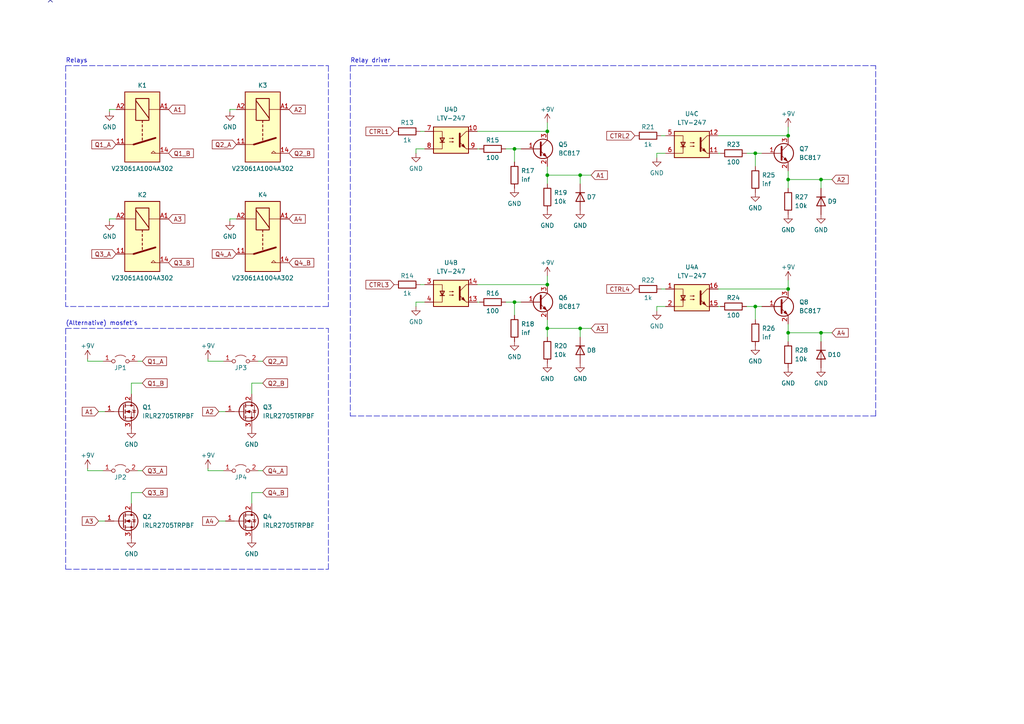
<source format=kicad_sch>
(kicad_sch (version 20211123) (generator eeschema)
  (paper "A4")
  (title_block (title "TermoPLC - Relay Board") (date "2022-08-23") (rev "1") (company "PUT RocketLab") (comment 1 "Kacper Kaczmarek") (comment 2 "Designed by: "))
  (lib_symbols
    (symbol "Device:D" (pin_numbers hide) (pin_names (offset 1.016) hide)
      (property "Reference" "D" (at 0 2.54 0))
      (property "Value" "D" (at 0 -2.54 0))
      (symbol "D_0_1"
        (polyline (pts (xy -1.27 1.27) (xy -1.27 -1.27)) (stroke (width 0.254)))
        (polyline (pts (xy 1.27 0) (xy -1.27 0)))
        (polyline (pts (xy 1.27 1.27) (xy 1.27 -1.27) (xy -1.27 0) (xy 1.27 1.27)) (stroke (width 0.254)))
      )
      (symbol "D_1_1"
        (pin passive line (at -3.81 0 0) (length 2.54) (name "K") (number "1"))
        (pin passive line (at 3.81 0 180) (length 2.54) (name "A") (number "2"))
      )
    )
    (symbol "Device:Q_NMOS_GDS" (pin_names (offset 0) hide)
      (property "Reference" "Q" (at 5.08 1.27 0))
      (property "Value" "Q_NMOS_GDS" (at 5.08 -1.27 0))
      (symbol "Q_NMOS_GDS_0_1"
        (polyline (pts (xy 0.254 0) (xy -2.54 0)))
        (polyline (pts (xy 0.254 1.905) (xy 0.254 -1.905)) (stroke (width 0.254)))
        (polyline (pts (xy 0.762 -1.27) (xy 0.762 -2.286)) (stroke (width 0.254)))
        (polyline (pts (xy 0.762 0.508) (xy 0.762 -0.508)) (stroke (width 0.254)))
        (polyline (pts (xy 0.762 2.286) (xy 0.762 1.27)) (stroke (width 0.254)))
        (polyline (pts (xy 2.54 2.54) (xy 2.54 1.778)))
        (polyline (pts (xy 2.54 -2.54) (xy 2.54 0) (xy 0.762 0)))
        (polyline (pts (xy 0.762 -1.778) (xy 3.302 -1.778) (xy 3.302 1.778) (xy 0.762 1.778)))
        (polyline (pts (xy 1.016 0) (xy 2.032 0.381) (xy 2.032 -0.381) (xy 1.016 0)) (fill (type outline)))
        (polyline (pts (xy 2.794 0.508) (xy 2.921 0.381) (xy 3.683 0.381) (xy 3.81 0.254)))
        (polyline (pts (xy 3.302 0.381) (xy 2.921 -0.254) (xy 3.683 -0.254) (xy 3.302 0.381)))
        (circle (center 1.651 0) (radius 2.794) (stroke (width 0.254)))
        (circle (center 2.54 -1.778) (radius 0.254) (fill (type outline)))
        (circle (center 2.54 1.778) (radius 0.254) (fill (type outline)))
      )
      (symbol "Q_NMOS_GDS_1_1"
        (pin input line (at -5.08 0 0) (length 2.54) (name "G") (number "1"))
        (pin passive line (at 2.54 5.08 270) (length 2.54) (name "D") (number "2"))
        (pin passive line (at 2.54 -5.08 90) (length 2.54) (name "S") (number "3"))
      )
    )
    (symbol "Device:R" (pin_numbers hide) (pin_names (offset 0))
      (property "Reference" "R" (at 2.032 0 90))
      (property "Value" "R" (at 0 0 90))
      (symbol "R_0_1"
        (rectangle (start -1.016 -2.54) (end 1.016 2.54) (stroke (width 0.254)))
      )
      (symbol "R_1_1"
        (pin passive line (at 0 3.81 270) (length 1.27) (name "~") (number "1"))
        (pin passive line (at 0 -3.81 90) (length 1.27) (name "~") (number "2"))
      )
    )
    (symbol "Isolator:LTV-247"
      (property "Reference" "U" (at -5.08 5.08 0))
      (property "Value" "LTV-247" (at 0 5.08 0))
      (symbol "LTV-247_0_1"
        (rectangle (start -5.08 3.81) (end 5.08 -3.81) (stroke (width 0.254)) (fill (type background)))
        (polyline (pts (xy -3.175 -0.635) (xy -1.905 -0.635)) (stroke (width 0.254)))
        (polyline (pts (xy 2.54 0.635) (xy 4.445 2.54)))
        (polyline (pts (xy 4.445 -2.54) (xy 2.54 -0.635)) (fill (type outline)))
        (polyline (pts (xy 4.445 -2.54) (xy 5.08 -2.54)))
        (polyline (pts (xy 4.445 2.54) (xy 5.08 2.54)))
        (polyline (pts (xy -2.54 -0.635) (xy -2.54 -2.54) (xy -5.08 -2.54)))
        (polyline (pts (xy 2.54 1.905) (xy 2.54 -1.905) (xy 2.54 -1.905)) (stroke (width 0.508)))
        (polyline (pts (xy -5.08 2.54) (xy -2.54 2.54) (xy -2.54 -1.27) (xy -2.54 0.635)))
        (polyline (pts (xy -2.54 -0.635) (xy -3.175 0.635) (xy -1.905 0.635) (xy -2.54 -0.635)) (stroke (width 0.254)))
        (polyline (pts (xy -0.508 -0.508) (xy 0.762 -0.508) (xy 0.381 -0.635) (xy 0.381 -0.381) (xy 0.762 -0.508)))
        (polyline (pts (xy -0.508 0.508) (xy 0.762 0.508) (xy 0.381 0.381) (xy 0.381 0.635) (xy 0.762 0.508)))
        (polyline (pts (xy 3.048 -1.651) (xy 3.556 -1.143) (xy 4.064 -2.159) (xy 3.048 -1.651) (xy 3.048 -1.651)) (fill (type outline)))
      )
      (symbol "LTV-247_1_1"
        (pin passive line (at -7.62 2.54 0) (length 2.54) (name "~") (number "1"))
        (pin passive line (at 7.62 -2.54 180) (length 2.54) (name "~") (number "15"))
        (pin passive line (at 7.62 2.54 180) (length 2.54) (name "~") (number "16"))
        (pin passive line (at -7.62 -2.54 0) (length 2.54) (name "~") (number "2"))
      )
      (symbol "LTV-247_2_1"
        (pin passive line (at 7.62 -2.54 180) (length 2.54) (name "~") (number "13"))
        (pin passive line (at 7.62 2.54 180) (length 2.54) (name "~") (number "14"))
        (pin passive line (at -7.62 2.54 0) (length 2.54) (name "~") (number "3"))
        (pin passive line (at -7.62 -2.54 0) (length 2.54) (name "~") (number "4"))
      )
      (symbol "LTV-247_3_1"
        (pin passive line (at 7.62 -2.54 180) (length 2.54) (name "~") (number "11"))
        (pin passive line (at 7.62 2.54 180) (length 2.54) (name "~") (number "12"))
        (pin passive line (at -7.62 2.54 0) (length 2.54) (name "~") (number "5"))
        (pin passive line (at -7.62 -2.54 0) (length 2.54) (name "~") (number "6"))
      )
      (symbol "LTV-247_4_1"
        (pin passive line (at 7.62 2.54 180) (length 2.54) (name "~") (number "10"))
        (pin passive line (at -7.62 2.54 0) (length 2.54) (name "~") (number "7"))
        (pin passive line (at -7.62 -2.54 0) (length 2.54) (name "~") (number "8"))
        (pin passive line (at 7.62 -2.54 180) (length 2.54) (name "~") (number "9"))
      )
    )
    (symbol "Jumper:Jumper_2_Open" (pin_names (offset 0) hide)
      (property "Reference" "JP" (at 0 2.794 0))
      (property "Value" "Jumper_2_Open" (at 0 -2.286 0))
      (symbol "Jumper_2_Open_0_0"
        (circle (center -2.032 0) (radius 0.508))
        (circle (center 2.032 0) (radius 0.508))
      )
      (symbol "Jumper_2_Open_0_1"
        (arc (start 1.524 1.27) (mid 0 1.778) (end -1.524 1.27))
      )
      (symbol "Jumper_2_Open_1_1"
        (pin passive line (at -5.08 0 0) (length 2.54) (name "A") (number "1"))
        (pin passive line (at 5.08 0 180) (length 2.54) (name "B") (number "2"))
      )
    )
    (symbol "Relay:FINDER-32.21-x300"
      (property "Reference" "K" (at 11.43 3.81 0))
      (property "Value" "FINDER-32.21-x300" (at 11.43 1.27 0))
      (symbol "FINDER-32.21-x300_0_1"
        (rectangle (start -10.16 5.08) (end 10.16 -5.08) (stroke (width 0.254)) (fill (type background)))
        (rectangle (start -8.255 1.905) (end -1.905 -1.905) (stroke (width 0.254)))
        (polyline (pts (xy -7.62 -1.905) (xy -2.54 1.905)) (stroke (width 0.254)))
        (polyline (pts (xy -5.08 -5.08) (xy -5.08 -1.905)))
        (polyline (pts (xy -5.08 5.08) (xy -5.08 1.905)))
        (polyline (pts (xy -1.905 0) (xy -1.27 0)) (stroke (width 0.254)))
        (polyline (pts (xy -0.635 0) (xy 0 0)) (stroke (width 0.254)))
        (polyline (pts (xy 0.635 0) (xy 1.27 0)) (stroke (width 0.254)))
        (polyline (pts (xy 1.905 0) (xy 2.54 0)) (stroke (width 0.254)))
        (polyline (pts (xy 3.175 0) (xy 3.81 0)) (stroke (width 0.254)))
        (polyline (pts (xy 5.08 -2.54) (xy 3.175 3.81)) (stroke (width 0.508)))
        (polyline (pts (xy 5.08 -2.54) (xy 5.08 -5.08)))
        (polyline (pts (xy 7.62 5.08) (xy 7.62 2.54) (xy 6.985 3.175) (xy 7.62 3.81)))
      )
      (symbol "FINDER-32.21-x300_1_1"
        (pin passive line (at 5.08 -7.62 90) (length 2.54) (name "~") (number "11"))
        (pin passive line (at 7.62 7.62 270) (length 2.54) (name "~") (number "14"))
        (pin passive line (at -5.08 7.62 270) (length 2.54) (name "~") (number "A1"))
        (pin passive line (at -5.08 -7.62 90) (length 2.54) (name "~") (number "A2"))
      )
    )
    (symbol "Transistor_BJT:BC817" (pin_names (offset 0) hide)
      (property "Reference" "Q" (at 5.08 1.905 0))
      (property "Value" "BC817" (at 5.08 0 0))
      (symbol "BC817_0_1"
        (polyline (pts (xy 0.635 0.635) (xy 2.54 2.54)))
        (polyline (pts (xy 0.635 -0.635) (xy 2.54 -2.54) (xy 2.54 -2.54)))
        (polyline (pts (xy 0.635 1.905) (xy 0.635 -1.905) (xy 0.635 -1.905)) (stroke (width 0.508)))
        (polyline (pts (xy 1.27 -1.778) (xy 1.778 -1.27) (xy 2.286 -2.286) (xy 1.27 -1.778) (xy 1.27 -1.778)) (fill (type outline)))
        (circle (center 1.27 0) (radius 2.8194) (stroke (width 0.254)))
      )
      (symbol "BC817_1_1"
        (pin input line (at -5.08 0 0) (length 5.715) (name "B") (number "1"))
        (pin passive line (at 2.54 -5.08 90) (length 2.54) (name "E") (number "2"))
        (pin passive line (at 2.54 5.08 270) (length 2.54) (name "C") (number "3"))
      )
    )
    (symbol "power:+9V" (power) (pin_names (offset 0))
      (property "Value" "+9V" (at 0 3.556 0))
      (symbol "+9V_0_1"
        (polyline (pts (xy -0.762 1.27) (xy 0 2.54)))
        (polyline (pts (xy 0 0) (xy 0 2.54)))
        (polyline (pts (xy 0 2.54) (xy 0.762 1.27)))
      )
      (symbol "+9V_1_1"
        (pin power_in line (at 0 0 90) (length 0) hide (name "+9V") (number "1"))
      )
    )
    (symbol "power:GND" (power) (pin_names (offset 0))
      (property "Value" "GND" (at 0 -3.81 0))
      (symbol "GND_0_1"
        (polyline (pts (xy 0 0) (xy 0 -1.27) (xy 1.27 -1.27) (xy 0 -2.54) (xy -1.27 -1.27) (xy 0 -1.27)))
      )
      (symbol "GND_1_1"
        (pin power_in line (at 0 0 270) (length 0) hide (name "GND") (number "1"))
      )
    )
  )
  (junction (at 168.275 95.25))
  (junction (at 149.225 43.18))
  (junction (at 168.275 50.8))
  (junction (at 158.75 82.55))
  (junction (at 238.125 52.07))
  (junction (at 219.075 44.45))
  (junction (at 228.6 83.82))
  (junction (at 158.75 38.1))
  (junction (at 149.225 87.63))
  (junction (at 238.125 96.52))
  (junction (at 158.75 95.25))
  (junction (at 228.6 39.37))
  (junction (at 219.075 88.9))
  (junction (at 228.6 52.07))
  (junction (at 228.6 96.52))
  (junction (at 158.75 50.8))
  (no_connect (at 14.605 0))
  (wire (pts (xy 120.65 44.45) (xy 120.65 43.18)))
  (wire (pts (xy 146.685 87.63) (xy 149.225 87.63)))
  (wire (pts (xy 168.275 95.25) (xy 171.45 95.25)))
  (wire (pts (xy 41.275 142.875) (xy 38.1 142.875)))
  (wire (pts (xy 63.5 119.38) (xy 65.405 119.38)))
  (wire (pts (xy 208.28 88.9) (xy 208.915 88.9)))
  (wire (pts (xy 120.65 87.63) (xy 123.19 87.63)))
  (wire (pts (xy 60.325 104.775) (xy 60.325 104.14)))
  (wire (pts (xy 25.4 136.525) (xy 25.4 135.89)))
  (wire (pts (xy 66.675 63.5) (xy 66.675 64.135)))
  (wire (pts (xy 146.685 43.18) (xy 149.225 43.18)))
  (wire (pts (xy 149.225 43.18) (xy 151.13 43.18)))
  (wire (pts (xy 219.075 44.45) (xy 219.075 48.26)))
  (wire (pts (xy 149.225 87.63) (xy 149.225 91.44)))
  (wire (pts (xy 228.6 93.98) (xy 228.6 96.52)))
  (wire (pts (xy 138.43 87.63) (xy 139.065 87.63)))
  (polyline (pts (xy 101.6 19.05) (xy 254 19.05)))
  (wire (pts (xy 38.1 111.125) (xy 38.1 114.3)))
  (wire (pts (xy 25.4 104.775) (xy 25.4 104.14)))
  (wire (pts (xy 76.2 111.125) (xy 73.025 111.125)))
  (wire (pts (xy 168.275 97.79) (xy 168.275 95.25)))
  (wire (pts (xy 238.125 96.52) (xy 241.3 96.52)))
  (wire (pts (xy 228.6 81.28) (xy 228.6 83.82)))
  (wire (pts (xy 190.5 45.72) (xy 190.5 44.45)))
  (wire (pts (xy 138.43 82.55) (xy 158.75 82.55)))
  (wire (pts (xy 228.6 49.53) (xy 228.6 52.07)))
  (wire (pts (xy 74.93 136.525) (xy 76.2 136.525)))
  (wire (pts (xy 158.75 50.8) (xy 158.75 53.34)))
  (polyline (pts (xy 19.05 19.05) (xy 95.25 19.05)))
  (polyline (pts (xy 19.05 19.05) (xy 19.05 88.9)))
  (wire (pts (xy 228.6 96.52) (xy 228.6 99.06)))
  (wire (pts (xy 120.65 88.9) (xy 120.65 87.63)))
  (wire (pts (xy 191.77 39.37) (xy 193.04 39.37)))
  (wire (pts (xy 158.75 80.01) (xy 158.75 82.55)))
  (wire (pts (xy 40.005 104.775) (xy 41.275 104.775)))
  (wire (pts (xy 120.65 43.18) (xy 123.19 43.18)))
  (wire (pts (xy 66.675 31.75) (xy 68.58 31.75)))
  (wire (pts (xy 190.5 44.45) (xy 193.04 44.45)))
  (wire (pts (xy 158.75 48.26) (xy 158.75 50.8)))
  (wire (pts (xy 158.75 50.8) (xy 168.275 50.8)))
  (wire (pts (xy 121.92 38.1) (xy 123.19 38.1)))
  (wire (pts (xy 158.75 35.56) (xy 158.75 38.1)))
  (wire (pts (xy 208.28 44.45) (xy 208.915 44.45)))
  (wire (pts (xy 73.025 142.875) (xy 73.025 146.05)))
  (wire (pts (xy 219.075 88.9) (xy 219.075 92.71)))
  (wire (pts (xy 76.2 142.875) (xy 73.025 142.875)))
  (polyline (pts (xy 19.05 95.25) (xy 95.25 95.25)))
  (wire (pts (xy 158.75 92.71) (xy 158.75 95.25)))
  (wire (pts (xy 31.75 63.5) (xy 33.655 63.5)))
  (polyline (pts (xy 19.05 95.25) (xy 19.05 165.1)))
  (wire (pts (xy 190.5 90.17) (xy 190.5 88.9)))
  (wire (pts (xy 74.93 104.775) (xy 76.2 104.775)))
  (polyline (pts (xy 101.6 120.65) (xy 254 120.65)))
  (wire (pts (xy 28.575 151.13) (xy 30.48 151.13)))
  (wire (pts (xy 73.025 111.125) (xy 73.025 114.3)))
  (wire (pts (xy 191.77 83.82) (xy 193.04 83.82)))
  (wire (pts (xy 238.125 54.61) (xy 238.125 52.07)))
  (wire (pts (xy 208.28 39.37) (xy 228.6 39.37)))
  (wire (pts (xy 31.75 63.5) (xy 31.75 64.135)))
  (wire (pts (xy 158.75 95.25) (xy 168.275 95.25)))
  (wire (pts (xy 60.325 136.525) (xy 60.325 135.89)))
  (wire (pts (xy 216.535 88.9) (xy 219.075 88.9)))
  (wire (pts (xy 228.6 52.07) (xy 238.125 52.07)))
  (wire (pts (xy 28.575 119.38) (xy 30.48 119.38)))
  (wire (pts (xy 168.275 50.8) (xy 171.45 50.8)))
  (wire (pts (xy 138.43 43.18) (xy 139.065 43.18)))
  (polyline (pts (xy 19.05 165.1) (xy 95.25 165.1)))
  (wire (pts (xy 60.325 104.775) (xy 64.77 104.775)))
  (wire (pts (xy 121.92 82.55) (xy 123.19 82.55)))
  (polyline (pts (xy 95.25 19.05) (xy 95.25 88.9)))
  (wire (pts (xy 228.6 36.83) (xy 228.6 39.37)))
  (wire (pts (xy 208.28 83.82) (xy 228.6 83.82)))
  (wire (pts (xy 228.6 52.07) (xy 228.6 54.61)))
  (wire (pts (xy 219.075 88.9) (xy 220.98 88.9)))
  (wire (pts (xy 66.675 31.75) (xy 66.675 32.385)))
  (wire (pts (xy 31.75 31.75) (xy 33.655 31.75)))
  (wire (pts (xy 60.325 136.525) (xy 64.77 136.525)))
  (wire (pts (xy 138.43 38.1) (xy 158.75 38.1)))
  (wire (pts (xy 149.225 43.18) (xy 149.225 46.99)))
  (wire (pts (xy 190.5 88.9) (xy 193.04 88.9)))
  (polyline (pts (xy 101.6 19.05) (xy 101.6 120.65)))
  (wire (pts (xy 63.5 151.13) (xy 65.405 151.13)))
  (wire (pts (xy 25.4 136.525) (xy 29.845 136.525)))
  (polyline (pts (xy 254 120.65) (xy 254 19.05)))
  (wire (pts (xy 40.005 136.525) (xy 41.275 136.525)))
  (wire (pts (xy 38.1 142.875) (xy 38.1 146.05)))
  (wire (pts (xy 219.075 44.45) (xy 220.98 44.45)))
  (wire (pts (xy 158.75 95.25) (xy 158.75 97.79)))
  (wire (pts (xy 238.125 99.06) (xy 238.125 96.52)))
  (polyline (pts (xy 95.25 165.1) (xy 95.25 95.25)))
  (wire (pts (xy 41.275 111.125) (xy 38.1 111.125)))
  (polyline (pts (xy 95.25 88.9) (xy 19.05 88.9)))
  (wire (pts (xy 216.535 44.45) (xy 219.075 44.45)))
  (wire (pts (xy 66.675 63.5) (xy 68.58 63.5)))
  (wire (pts (xy 31.75 31.75) (xy 31.75 32.385)))
  (wire (pts (xy 25.4 104.775) (xy 29.845 104.775)))
  (wire (pts (xy 238.125 52.07) (xy 241.3 52.07)))
  (wire (pts (xy 228.6 96.52) (xy 238.125 96.52)))
  (wire (pts (xy 149.225 87.63) (xy 151.13 87.63)))
  (wire (pts (xy 168.275 53.34) (xy 168.275 50.8)))
  (text "Relay driver\n" (at 101.6 18.415 0) (effects (font (size 1.27 1.27)) (justify left bottom)))
  (text "(Alternative) mosfet's" (at 19.05 94.615 0) (effects (font (size 1.27 1.27)) (justify left bottom)))
  (text "Relays" (at 19.05 18.415 0) (effects (font (size 1.27 1.27)) (justify left bottom)))
  (global_label "A4" (shape input) (at 63.5 151.13 180) (property "Intersheet References" "${INTERSHEET_REFS}" (effects hide)))
  (global_label "Q2_A" (shape input) (at 68.58 41.91 180) (property "Intersheet References" "${INTERSHEET_REFS}" (effects hide)))
  (global_label "Q3_B" (shape input) (at 48.895 76.2 0) (property "Intersheet References" "${INTERSHEET_REFS}" (effects hide)))
  (global_label "A1" (shape input) (at 28.575 119.38 180) (property "Intersheet References" "${INTERSHEET_REFS}" (effects hide)))
  (global_label "A1" (shape input) (at 48.895 31.75 0) (property "Intersheet References" "${INTERSHEET_REFS}" (effects hide)))
  (global_label "Q3_A" (shape input) (at 41.275 136.525 0) (property "Intersheet References" "${INTERSHEET_REFS}" (effects hide)))
  (global_label "Q1_B" (shape input) (at 48.895 44.45 0) (property "Intersheet References" "${INTERSHEET_REFS}" (effects hide)))
  (global_label "CTRL1" (shape input) (at 114.3 38.1 180) (property "Intersheet References" "${INTERSHEET_REFS}" (effects hide)))
  (global_label "A3" (shape input) (at 28.575 151.13 180) (property "Intersheet References" "${INTERSHEET_REFS}" (effects hide)))
  (global_label "Q4_B" (shape input) (at 76.2 142.875 0) (property "Intersheet References" "${INTERSHEET_REFS}" (effects hide)))
  (global_label "Q4_B" (shape input) (at 83.82 76.2 0) (property "Intersheet References" "${INTERSHEET_REFS}" (effects hide)))
  (global_label "A3" (shape input) (at 171.45 95.25 0) (property "Intersheet References" "${INTERSHEET_REFS}" (effects hide)))
  (global_label "A2" (shape input) (at 83.82 31.75 0) (property "Intersheet References" "${INTERSHEET_REFS}" (effects hide)))
  (global_label "Q1_A" (shape input) (at 41.275 104.775 0) (property "Intersheet References" "${INTERSHEET_REFS}" (effects hide)))
  (global_label "Q4_A" (shape input) (at 68.58 73.66 180) (property "Intersheet References" "${INTERSHEET_REFS}" (effects hide)))
  (global_label "A2" (shape input) (at 63.5 119.38 180) (property "Intersheet References" "${INTERSHEET_REFS}" (effects hide)))
  (global_label "CTRL4" (shape input) (at 184.15 83.82 180) (property "Intersheet References" "${INTERSHEET_REFS}" (effects hide)))
  (global_label "Q3_B" (shape input) (at 41.275 142.875 0) (property "Intersheet References" "${INTERSHEET_REFS}" (effects hide)))
  (global_label "CTRL3" (shape input) (at 114.3 82.55 180) (property "Intersheet References" "${INTERSHEET_REFS}" (effects hide)))
  (global_label "A4" (shape input) (at 83.82 63.5 0) (property "Intersheet References" "${INTERSHEET_REFS}" (effects hide)))
  (global_label "CTRL2" (shape input) (at 184.15 39.37 180) (property "Intersheet References" "${INTERSHEET_REFS}" (effects hide)))
  (global_label "A1" (shape input) (at 171.45 50.8 0) (property "Intersheet References" "${INTERSHEET_REFS}" (effects hide)))
  (global_label "Q1_B" (shape input) (at 41.275 111.125 0) (property "Intersheet References" "${INTERSHEET_REFS}" (effects hide)))
  (global_label "Q2_B" (shape input) (at 83.82 44.45 0) (property "Intersheet References" "${INTERSHEET_REFS}" (effects hide)))
  (global_label "Q3_A" (shape input) (at 33.655 73.66 180) (property "Intersheet References" "${INTERSHEET_REFS}" (effects hide)))
  (global_label "A3" (shape input) (at 48.895 63.5 0) (property "Intersheet References" "${INTERSHEET_REFS}" (effects hide)))
  (global_label "A4" (shape input) (at 241.3 96.52 0) (property "Intersheet References" "${INTERSHEET_REFS}" (effects hide)))
  (global_label "Q1_A" (shape input) (at 33.655 41.91 180) (property "Intersheet References" "${INTERSHEET_REFS}" (effects hide)))
  (global_label "Q4_A" (shape input) (at 76.2 136.525 0) (property "Intersheet References" "${INTERSHEET_REFS}" (effects hide)))
  (global_label "Q2_A" (shape input) (at 76.2 104.775 0) (property "Intersheet References" "${INTERSHEET_REFS}" (effects hide)))
  (global_label "Q2_B" (shape input) (at 76.2 111.125 0) (property "Intersheet References" "${INTERSHEET_REFS}" (effects hide)))
  (global_label "A2" (shape input) (at 241.3 52.07 0) (property "Intersheet References" "${INTERSHEET_REFS}" (effects hide)))
  (symbol (lib_id "power:GND") (at 31.75 64.135 0) (unit 1)
    (property "Reference" "#PWR032" (effects hide))
    (property "Value" "GND" (at 31.75 68.58 0))
  )
  (symbol (lib_id "power:GND") (at 73.025 124.46 0) (unit 1)
    (property "Reference" "#PWR039" (effects hide))
    (property "Value" "GND" (at 73.025 128.905 0))
  )
  (symbol (lib_id "power:GND") (at 168.275 105.41 0) (unit 1)
    (property "Reference" "#PWR050" (effects hide))
    (property "Value" "GND" (at 168.275 109.855 0))
  )
  (symbol (lib_id "Device:R") (at 142.875 87.63 90) (unit 1)
    (property "Reference" "R16" (at 142.875 85.09 90))
    (property "Value" "100" (at 142.875 90.17 90))
    (property "Footprint" "Resistor_SMD:R_0603_1608Metric_Pad0.98x0.95mm_HandSolder" (effects hide))
  )
  (symbol (lib_id "Device:R") (at 118.11 82.55 90) (unit 1)
    (property "Reference" "R14" (at 118.11 80.01 90))
    (property "Value" "1k" (at 118.11 85.09 90))
    (property "Footprint" "Resistor_SMD:R_0603_1608Metric_Pad0.98x0.95mm_HandSolder" (effects hide))
  )
  (symbol (lib_id "power:GND") (at 149.225 99.06 0) (unit 1)
    (property "Reference" "#PWR044" (effects hide))
    (property "Value" "GND" (at 149.225 103.505 0))
  )
  (symbol (lib_id "Relay:FINDER-32.21-x300") (at 76.2 68.58 270) (unit 1)
    (property "Reference" "K4" (at 76.2 56.515 90))
    (property "Value" "V23061A1004A302" (at 76.2 80.645 90))
    (property "Footprint" "PUTRocketLab_other:V23061-A1004-A302" (effects hide))
  )
  (symbol (lib_id "Device:R") (at 219.075 96.52 0) (unit 1)
    (property "Reference" "R26" (at 220.98 95.2499 0) (effects (justify left)))
    (property "Value" "inf" (at 220.98 97.7899 0) (effects (justify left)))
    (property "Footprint" "Resistor_SMD:R_0603_1608Metric_Pad0.98x0.95mm_HandSolder" (effects hide))
  )
  (symbol (lib_id "Transistor_BJT:BC817") (at 226.06 88.9 0) (unit 1)
    (property "Reference" "Q8" (at 231.775 87.6299 0) (effects (justify left)))
    (property "Value" "BC817" (at 231.775 90.1699 0) (effects (justify left)))
    (property "Footprint" "Package_TO_SOT_SMD:SOT-23" (effects hide))
    (property "Datasheet" "https://www.onsemi.com/pub/Collateral/BC818-D.pdf" (effects hide))
  )
  (symbol (lib_id "Device:R") (at 158.75 57.15 0) (unit 1)
    (property "Reference" "R19" (at 160.655 55.8799 0) (effects (justify left)))
    (property "Value" "10k" (at 160.655 58.4199 0) (effects (justify left)))
    (property "Footprint" "Resistor_SMD:R_0603_1608Metric_Pad0.98x0.95mm_HandSolder" (effects hide))
  )
  (symbol (lib_id "Jumper:Jumper_2_Open") (at 69.85 136.525 0) (unit 1)
    (property "Reference" "JP4" (at 69.85 138.43 0))
    (property "Value" "Shorted in mosfet mode" (effects hide))
    (property "Footprint" "Resistor_SMD:R_0603_1608Metric_Pad0.98x0.95mm_HandSolder" (effects hide))
  )
  (symbol (lib_id "power:+9V") (at 25.4 135.89 0) (unit 1)
    (property "Reference" "#PWR030" (effects hide))
    (property "Value" "+9V" (at 25.4 132.08 0))
  )
  (symbol (lib_id "Device:R") (at 142.875 43.18 90) (unit 1)
    (property "Reference" "R15" (at 142.875 40.64 90))
    (property "Value" "100" (at 142.875 45.72 90))
    (property "Footprint" "Resistor_SMD:R_0603_1608Metric_Pad0.98x0.95mm_HandSolder" (effects hide))
  )
  (symbol (lib_id "power:GND") (at 66.675 32.385 0) (unit 1)
    (property "Reference" "#PWR037" (effects hide))
    (property "Value" "GND" (at 66.675 36.83 0))
  )
  (symbol (lib_id "Transistor_BJT:BC817") (at 226.06 44.45 0) (unit 1)
    (property "Reference" "Q7" (at 231.775 43.1799 0) (effects (justify left)))
    (property "Value" "BC817" (at 231.775 45.7199 0) (effects (justify left)))
    (property "Footprint" "Package_TO_SOT_SMD:SOT-23" (effects hide))
    (property "Datasheet" "https://www.onsemi.com/pub/Collateral/BC818-D.pdf" (effects hide))
  )
  (symbol (lib_id "power:GND") (at 149.225 54.61 0) (unit 1)
    (property "Reference" "#PWR043" (effects hide))
    (property "Value" "GND" (at 149.225 59.055 0))
  )
  (symbol (lib_id "Device:R") (at 228.6 58.42 0) (unit 1)
    (property "Reference" "R27" (at 230.505 57.1499 0) (effects (justify left)))
    (property "Value" "10k" (at 230.505 59.6899 0) (effects (justify left)))
    (property "Footprint" "Resistor_SMD:R_0603_1608Metric_Pad0.98x0.95mm_HandSolder" (effects hide))
  )
  (symbol (lib_id "Device:Q_NMOS_GDS") (at 70.485 119.38 0) (unit 1)
    (property "Reference" "Q3" (at 76.2 118.1099 0) (effects (justify left)))
    (property "Value" "IRLR2705TRPBF" (at 76.2 120.6499 0) (effects (justify left)))
    (property "Footprint" "Package_TO_SOT_SMD:TO-252-2" (effects hide))
  )
  (symbol (lib_id "Device:R") (at 219.075 52.07 0) (unit 1)
    (property "Reference" "R25" (at 220.98 50.7999 0) (effects (justify left)))
    (property "Value" "inf" (at 220.98 53.3399 0) (effects (justify left)))
    (property "Footprint" "Resistor_SMD:R_0603_1608Metric_Pad0.98x0.95mm_HandSolder" (effects hide))
  )
  (symbol (lib_id "power:GND") (at 158.75 60.96 0) (unit 1)
    (property "Reference" "#PWR046" (effects hide))
    (property "Value" "GND" (at 158.75 65.405 0))
  )
  (symbol (lib_id "power:GND") (at 120.65 88.9 0) (unit 1)
    (property "Reference" "#PWR042" (effects hide))
    (property "Value" "GND" (at 120.65 93.345 0))
  )
  (symbol (lib_id "Relay:FINDER-32.21-x300") (at 41.275 36.83 270) (unit 1)
    (property "Reference" "K1" (at 41.275 24.765 90))
    (property "Value" "V23061A1004A302" (at 41.275 48.895 90))
    (property "Footprint" "PUTRocketLab_other:V23061-A1004-A302" (effects hide))
  )
  (symbol (lib_id "Isolator:LTV-247") (at 200.66 86.36 0) (unit 1)
    (property "Reference" "U4" (at 200.66 77.47 0))
    (property "Value" "LTV-247" (at 200.66 80.01 0))
    (property "Footprint" "Package_SO:SOP-16_4.4x10.4mm_P1.27mm" (effects hide))
    (property "Datasheet" "http://optoelectronics.liteon.com/upload/download/DS70-2009-0014/LTV-2X7%20sereis%20Mar17.PDF" (effects hide))
  )
  (symbol (lib_id "Device:R") (at 149.225 95.25 0) (unit 1)
    (property "Reference" "R18" (at 151.13 93.9799 0) (effects (justify left)))
    (property "Value" "inf" (at 151.13 96.5199 0) (effects (justify left)))
    (property "Footprint" "Resistor_SMD:R_0603_1608Metric_Pad0.98x0.95mm_HandSolder" (effects hide))
  )
  (symbol (lib_id "Relay:FINDER-32.21-x300") (at 76.2 36.83 270) (unit 1)
    (property "Reference" "K3" (at 76.2 24.765 90))
    (property "Value" "V23061A1004A302" (at 76.2 48.895 90))
    (property "Footprint" "PUTRocketLab_other:V23061-A1004-A302" (effects hide))
  )
  (symbol (lib_id "Transistor_BJT:BC817") (at 156.21 87.63 0) (unit 1)
    (property "Reference" "Q6" (at 161.925 86.3599 0) (effects (justify left)))
    (property "Value" "BC817" (at 161.925 88.8999 0) (effects (justify left)))
    (property "Footprint" "Package_TO_SOT_SMD:SOT-23" (effects hide))
    (property "Datasheet" "https://www.onsemi.com/pub/Collateral/BC818-D.pdf" (effects hide))
  )
  (symbol (lib_id "Device:R") (at 149.225 50.8 0) (unit 1)
    (property "Reference" "R17" (at 151.13 49.5299 0) (effects (justify left)))
    (property "Value" "inf" (at 151.13 52.0699 0) (effects (justify left)))
    (property "Footprint" "Resistor_SMD:R_0603_1608Metric_Pad0.98x0.95mm_HandSolder" (effects hide))
  )
  (symbol (lib_id "power:GND") (at 66.675 64.135 0) (unit 1)
    (property "Reference" "#PWR038" (effects hide))
    (property "Value" "GND" (at 66.675 68.58 0))
  )
  (symbol (lib_id "power:GND") (at 190.5 90.17 0) (unit 1)
    (property "Reference" "#PWR052" (effects hide))
    (property "Value" "GND" (at 190.5 94.615 0))
  )
  (symbol (lib_id "Device:D") (at 238.125 58.42 270) (unit 1)
    (property "Reference" "D9" (at 240.03 58.42 90) (effects (justify left)))
    (property "Value" "D" (effects hide))
    (property "Footprint" "Diode_SMD:D_MiniMELF" (effects hide))
  )
  (symbol (lib_id "power:GND") (at 120.65 44.45 0) (unit 1)
    (property "Reference" "#PWR041" (effects hide))
    (property "Value" "GND" (at 120.65 48.895 0))
  )
  (symbol (lib_id "power:+9V") (at 60.325 135.89 0) (unit 1)
    (property "Reference" "#PWR036" (effects hide))
    (property "Value" "+9V" (at 60.325 132.08 0))
  )
  (symbol (lib_id "power:GND") (at 238.125 106.68 0) (unit 1)
    (property "Reference" "#PWR060" (effects hide))
    (property "Value" "GND" (at 238.125 111.125 0))
  )
  (symbol (lib_id "Device:R") (at 212.725 88.9 90) (unit 1)
    (property "Reference" "R24" (at 212.725 86.36 90))
    (property "Value" "100" (at 212.725 91.44 90))
    (property "Footprint" "Resistor_SMD:R_0603_1608Metric_Pad0.98x0.95mm_HandSolder" (effects hide))
  )
  (symbol (lib_id "power:+9V") (at 228.6 36.83 0) (unit 1)
    (property "Reference" "#PWR055" (effects hide))
    (property "Value" "+9V" (at 228.6 33.02 0))
  )
  (symbol (lib_id "power:GND") (at 168.275 60.96 0) (unit 1)
    (property "Reference" "#PWR049" (effects hide))
    (property "Value" "GND" (at 168.275 65.405 0))
  )
  (symbol (lib_id "power:GND") (at 219.075 55.88 0) (unit 1)
    (property "Reference" "#PWR053" (effects hide))
    (property "Value" "GND" (at 219.075 60.325 0))
  )
  (symbol (lib_id "power:+9V") (at 25.4 104.14 0) (unit 1)
    (property "Reference" "#PWR029" (effects hide))
    (property "Value" "+9V" (at 25.4 100.33 0))
  )
  (symbol (lib_id "Isolator:LTV-247") (at 130.81 85.09 0) (unit 2)
    (property "Reference" "U4" (at 130.81 76.2 0))
    (property "Value" "LTV-247" (at 130.81 78.74 0))
    (property "Footprint" "Package_SO:SOP-16_4.4x10.4mm_P1.27mm" (effects hide))
    (property "Datasheet" "http://optoelectronics.liteon.com/upload/download/DS70-2009-0014/LTV-2X7%20sereis%20Mar17.PDF" (effects hide))
  )
  (symbol (lib_id "Device:Q_NMOS_GDS") (at 35.56 151.13 0) (unit 1)
    (property "Reference" "Q2" (at 41.275 149.8599 0) (effects (justify left)))
    (property "Value" "IRLR2705TRPBF" (at 41.275 152.3999 0) (effects (justify left)))
    (property "Footprint" "Package_TO_SOT_SMD:TO-252-2" (effects hide))
  )
  (symbol (lib_id "Device:D") (at 168.275 101.6 270) (unit 1)
    (property "Reference" "D8" (at 170.18 101.6 90) (effects (justify left)))
    (property "Value" "D" (effects hide))
    (property "Footprint" "Diode_SMD:D_MiniMELF" (effects hide))
  )
  (symbol (lib_id "power:GND") (at 228.6 62.23 0) (unit 1)
    (property "Reference" "#PWR056" (effects hide))
    (property "Value" "GND" (at 228.6 66.675 0))
  )
  (symbol (lib_id "power:GND") (at 31.75 32.385 0) (unit 1)
    (property "Reference" "#PWR031" (effects hide))
    (property "Value" "GND" (at 31.75 36.83 0))
  )
  (symbol (lib_id "Transistor_BJT:BC817") (at 156.21 43.18 0) (unit 1)
    (property "Reference" "Q5" (at 161.925 41.9099 0) (effects (justify left)))
    (property "Value" "BC817" (at 161.925 44.4499 0) (effects (justify left)))
    (property "Footprint" "Package_TO_SOT_SMD:SOT-23" (effects hide))
    (property "Datasheet" "https://www.onsemi.com/pub/Collateral/BC818-D.pdf" (effects hide))
  )
  (symbol (lib_id "power:GND") (at 190.5 45.72 0) (unit 1)
    (property "Reference" "#PWR051" (effects hide))
    (property "Value" "GND" (at 190.5 50.165 0))
  )
  (symbol (lib_id "Device:D") (at 168.275 57.15 270) (unit 1)
    (property "Reference" "D7" (at 170.18 57.15 90) (effects (justify left)))
    (property "Value" "D" (effects hide))
    (property "Footprint" "Diode_SMD:D_MiniMELF" (effects hide))
  )
  (symbol (lib_id "Jumper:Jumper_2_Open") (at 34.925 104.775 0) (unit 1)
    (property "Reference" "JP1" (at 34.925 106.68 0))
    (property "Value" "Shorted in mosfet mode" (effects hide))
    (property "Footprint" "Resistor_SMD:R_0603_1608Metric_Pad0.98x0.95mm_HandSolder" (effects hide))
  )
  (symbol (lib_id "power:GND") (at 228.6 106.68 0) (unit 1)
    (property "Reference" "#PWR058" (effects hide))
    (property "Value" "GND" (at 228.6 111.125 0))
  )
  (symbol (lib_id "power:GND") (at 73.025 156.21 0) (unit 1)
    (property "Reference" "#PWR040" (effects hide))
    (property "Value" "GND" (at 73.025 160.655 0))
  )
  (symbol (lib_id "power:GND") (at 38.1 156.21 0) (unit 1)
    (property "Reference" "#PWR034" (effects hide))
    (property "Value" "GND" (at 38.1 160.655 0))
  )
  (symbol (lib_id "power:+9V") (at 60.325 104.14 0) (unit 1)
    (property "Reference" "#PWR035" (effects hide))
    (property "Value" "+9V" (at 60.325 100.33 0))
  )
  (symbol (lib_id "Jumper:Jumper_2_Open") (at 34.925 136.525 0) (unit 1)
    (property "Reference" "JP2" (at 34.925 138.43 0))
    (property "Value" "Shorted in mosfet mode" (effects hide))
    (property "Footprint" "Resistor_SMD:R_0603_1608Metric_Pad0.98x0.95mm_HandSolder" (effects hide))
  )
  (symbol (lib_id "Device:R") (at 187.96 39.37 90) (unit 1)
    (property "Reference" "R21" (at 187.96 36.83 90))
    (property "Value" "1k" (at 187.96 41.91 90))
    (property "Footprint" "Resistor_SMD:R_0603_1608Metric_Pad0.98x0.95mm_HandSolder" (effects hide))
  )
  (symbol (lib_id "power:GND") (at 238.125 62.23 0) (unit 1)
    (property "Reference" "#PWR059" (effects hide))
    (property "Value" "GND" (at 238.125 66.675 0))
  )
  (symbol (lib_id "Device:R") (at 228.6 102.87 0) (unit 1)
    (property "Reference" "R28" (at 230.505 101.5999 0) (effects (justify left)))
    (property "Value" "10k" (at 230.505 104.1399 0) (effects (justify left)))
    (property "Footprint" "Resistor_SMD:R_0603_1608Metric_Pad0.98x0.95mm_HandSolder" (effects hide))
  )
  (symbol (lib_id "Jumper:Jumper_2_Open") (at 69.85 104.775 0) (unit 1)
    (property "Reference" "JP3" (at 69.85 106.68 0))
    (property "Value" "Shorted in mosfet mode" (effects hide))
    (property "Footprint" "Resistor_SMD:R_0603_1608Metric_Pad0.98x0.95mm_HandSolder" (effects hide))
  )
  (symbol (lib_id "power:GND") (at 158.75 105.41 0) (unit 1)
    (property "Reference" "#PWR048" (effects hide))
    (property "Value" "GND" (at 158.75 109.855 0))
  )
  (symbol (lib_id "Device:Q_NMOS_GDS") (at 70.485 151.13 0) (unit 1)
    (property "Reference" "Q4" (at 76.2 149.8599 0) (effects (justify left)))
    (property "Value" "IRLR2705TRPBF" (at 76.2 152.3999 0) (effects (justify left)))
    (property "Footprint" "Package_TO_SOT_SMD:TO-252-2" (effects hide))
  )
  (symbol (lib_id "Device:R") (at 118.11 38.1 90) (unit 1)
    (property "Reference" "R13" (at 118.11 35.56 90))
    (property "Value" "1k" (at 118.11 40.64 90))
    (property "Footprint" "Resistor_SMD:R_0603_1608Metric_Pad0.98x0.95mm_HandSolder" (effects hide))
  )
  (symbol (lib_id "Device:Q_NMOS_GDS") (at 35.56 119.38 0) (unit 1)
    (property "Reference" "Q1" (at 41.275 118.1099 0) (effects (justify left)))
    (property "Value" "IRLR2705TRPBF" (at 41.275 120.6499 0) (effects (justify left)))
    (property "Footprint" "Package_TO_SOT_SMD:TO-252-2" (effects hide))
  )
  (symbol (lib_id "Isolator:LTV-247") (at 200.66 41.91 0) (unit 3)
    (property "Reference" "U4" (at 200.66 33.02 0))
    (property "Value" "LTV-247" (at 200.66 35.56 0))
    (property "Footprint" "Package_SO:SOP-16_4.4x10.4mm_P1.27mm" (effects hide))
    (property "Datasheet" "http://optoelectronics.liteon.com/upload/download/DS70-2009-0014/LTV-2X7%20sereis%20Mar17.PDF" (effects hide))
  )
  (symbol (lib_id "power:+9V") (at 228.6 81.28 0) (unit 1)
    (property "Reference" "#PWR057" (effects hide))
    (property "Value" "+9V" (at 228.6 77.47 0))
  )
  (symbol (lib_id "Isolator:LTV-247") (at 130.81 40.64 0) (unit 4)
    (property "Reference" "U4" (at 130.81 31.75 0))
    (property "Value" "LTV-247" (at 130.81 34.29 0))
    (property "Footprint" "Package_SO:SOP-16_4.4x10.4mm_P1.27mm" (effects hide))
    (property "Datasheet" "http://optoelectronics.liteon.com/upload/download/DS70-2009-0014/LTV-2X7%20sereis%20Mar17.PDF" (effects hide))
  )
  (symbol (lib_id "power:+9V") (at 158.75 35.56 0) (unit 1)
    (property "Reference" "#PWR045" (effects hide))
    (property "Value" "+9V" (at 158.75 31.75 0))
  )
  (symbol (lib_id "power:+9V") (at 158.75 80.01 0) (unit 1)
    (property "Reference" "#PWR047" (effects hide))
    (property "Value" "+9V" (at 158.75 76.2 0))
  )
  (symbol (lib_id "Device:R") (at 212.725 44.45 90) (unit 1)
    (property "Reference" "R23" (at 212.725 41.91 90))
    (property "Value" "100" (at 212.725 46.99 90))
    (property "Footprint" "Resistor_SMD:R_0603_1608Metric_Pad0.98x0.95mm_HandSolder" (effects hide))
  )
  (symbol (lib_id "power:GND") (at 38.1 124.46 0) (unit 1)
    (property "Reference" "#PWR033" (effects hide))
    (property "Value" "GND" (at 38.1 128.905 0))
  )
  (symbol (lib_id "power:GND") (at 219.075 100.33 0) (unit 1)
    (property "Reference" "#PWR054" (effects hide))
    (property "Value" "GND" (at 219.075 104.775 0))
  )
  (symbol (lib_id "Device:R") (at 187.96 83.82 90) (unit 1)
    (property "Reference" "R22" (at 187.96 81.28 90))
    (property "Value" "1k" (at 187.96 86.36 90))
    (property "Footprint" "Resistor_SMD:R_0603_1608Metric_Pad0.98x0.95mm_HandSolder" (effects hide))
  )
  (symbol (lib_id "Device:R") (at 158.75 101.6 0) (unit 1)
    (property "Reference" "R20" (at 160.655 100.3299 0) (effects (justify left)))
    (property "Value" "10k" (at 160.655 102.8699 0) (effects (justify left)))
    (property "Footprint" "Resistor_SMD:R_0603_1608Metric_Pad0.98x0.95mm_HandSolder" (effects hide))
  )
  (symbol (lib_id "Device:D") (at 238.125 102.87 270) (unit 1)
    (property "Reference" "D10" (at 240.03 102.87 90) (effects (justify left)))
    (property "Value" "D" (effects hide))
    (property "Footprint" "Diode_SMD:D_MiniMELF" (effects hide))
  )
  (symbol (lib_id "Relay:FINDER-32.21-x300") (at 41.275 68.58 270) (unit 1)
    (property "Reference" "K2" (at 41.275 56.515 90))
    (property "Value" "V23061A1004A302" (at 41.275 80.645 90))
    (property "Footprint" "PUTRocketLab_other:V23061-A1004-A302" (effects hide))
  )
)
</source>
